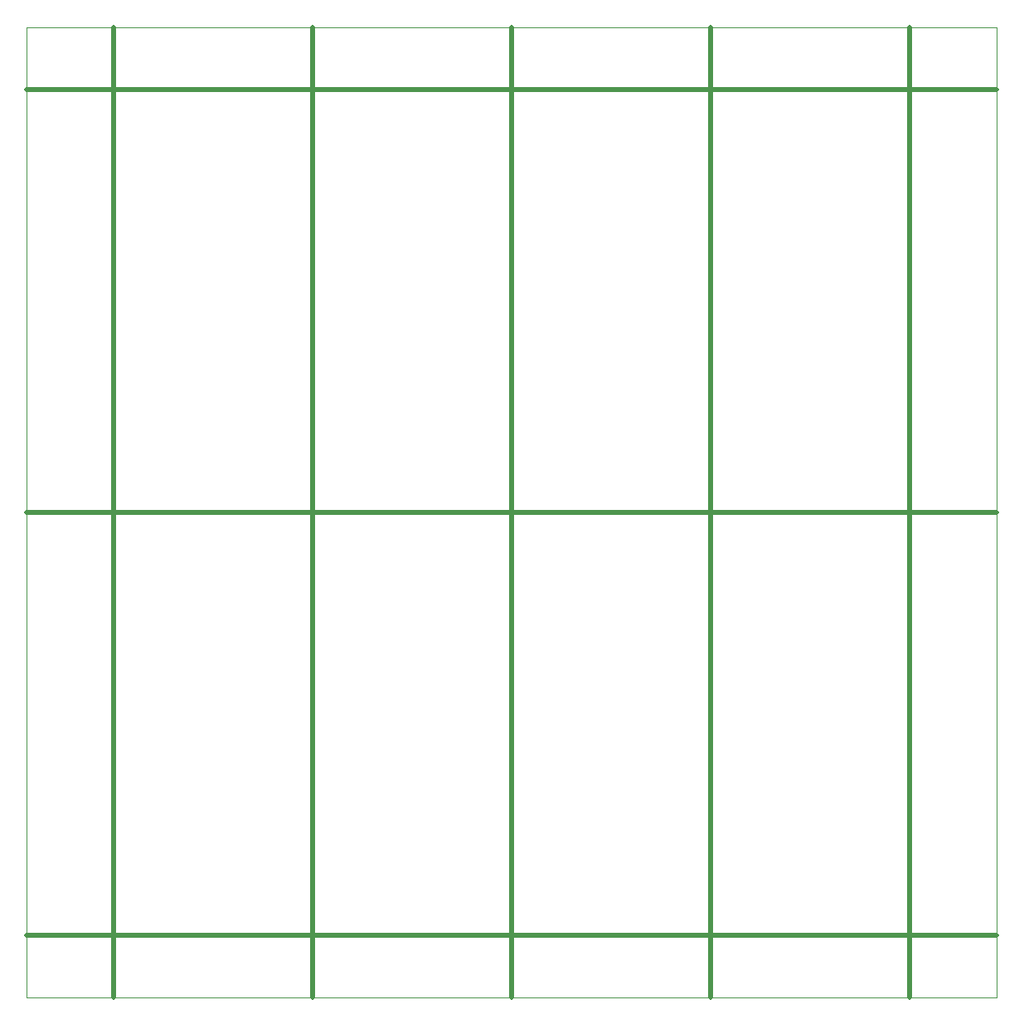
<source format=gm1>
%TF.GenerationSoftware,KiCad,Pcbnew,8.0.6*%
%TF.CreationDate,2024-10-27T05:06:58+09:00*%
%TF.ProjectId,rp27c512-panel,72703237-6335-4313-922d-70616e656c2e,rev?*%
%TF.SameCoordinates,Original*%
%TF.FileFunction,Profile,NP*%
%FSLAX46Y46*%
G04 Gerber Fmt 4.6, Leading zero omitted, Abs format (unit mm)*
G04 Created by KiCad (PCBNEW 8.0.6) date 2024-10-27 05:06:58*
%MOMM*%
%LPD*%
G01*
G04 APERTURE LIST*
%TA.AperFunction,Profile*%
%ADD10C,0.500000*%
%TD*%
%TA.AperFunction,Profile*%
%ADD11C,0.050000*%
%TD*%
G04 APERTURE END LIST*
D10*
X86360000Y-50800000D02*
X86360000Y-149860000D01*
X106680000Y-50800000D02*
X106680000Y-149860000D01*
X127000000Y-50800000D02*
X127000000Y-149860000D01*
X147320000Y-50800000D02*
X147320000Y-149860000D01*
X167640000Y-50800000D02*
X167640000Y-149860000D01*
X77470000Y-143510000D02*
X176530000Y-143510000D01*
X77470000Y-100330000D02*
X176530000Y-100330000D01*
X77470000Y-57150000D02*
X176530000Y-57150000D01*
D11*
X77470000Y-50800000D02*
X176530000Y-50800000D01*
X176530000Y-149860000D01*
X77470000Y-149860000D01*
X77470000Y-50800000D01*
M02*

</source>
